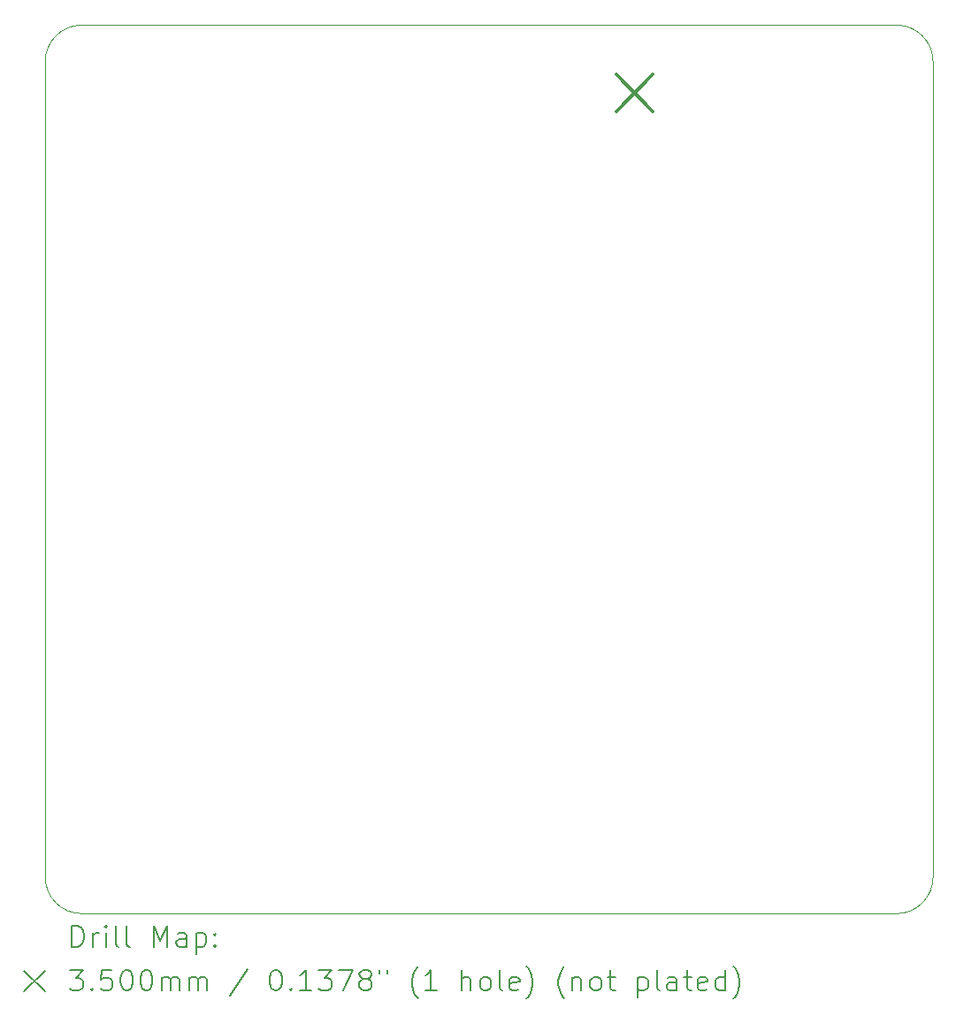
<source format=gbr>
%TF.GenerationSoftware,KiCad,Pcbnew,8.0.6-8.0.6-0~ubuntu24.04.1*%
%TF.CreationDate,2024-10-18T15:38:24+01:00*%
%TF.ProjectId,PowerDelivery,506f7765-7244-4656-9c69-766572792e6b,rev?*%
%TF.SameCoordinates,Original*%
%TF.FileFunction,Drillmap*%
%TF.FilePolarity,Positive*%
%FSLAX45Y45*%
G04 Gerber Fmt 4.5, Leading zero omitted, Abs format (unit mm)*
G04 Created by KiCad (PCBNEW 8.0.6-8.0.6-0~ubuntu24.04.1) date 2024-10-18 15:38:24*
%MOMM*%
%LPD*%
G01*
G04 APERTURE LIST*
%ADD10C,0.100000*%
%ADD11C,0.200000*%
%ADD12C,0.350000*%
G04 APERTURE END LIST*
D10*
X11200000Y-13750000D02*
X11200000Y-5950000D01*
X19700000Y-13750000D02*
G75*
G02*
X19350000Y-14100000I-350000J0D01*
G01*
X11550000Y-14100000D02*
G75*
G02*
X11200000Y-13750000I0J350000D01*
G01*
X19350000Y-5600000D02*
G75*
G02*
X19700000Y-5950000I0J-350000D01*
G01*
X19350000Y-14100000D02*
X11550000Y-14100000D01*
X19700000Y-5950000D02*
X19700000Y-13750000D01*
X11200000Y-5950000D02*
G75*
G02*
X11550000Y-5600000I350000J0D01*
G01*
X11550000Y-5600000D02*
X19350000Y-5600000D01*
D11*
D12*
X16668000Y-6075000D02*
X17018000Y-6425000D01*
X17018000Y-6075000D02*
X16668000Y-6425000D01*
D11*
X11455777Y-14416484D02*
X11455777Y-14216484D01*
X11455777Y-14216484D02*
X11503396Y-14216484D01*
X11503396Y-14216484D02*
X11531967Y-14226008D01*
X11531967Y-14226008D02*
X11551015Y-14245055D01*
X11551015Y-14245055D02*
X11560539Y-14264103D01*
X11560539Y-14264103D02*
X11570062Y-14302198D01*
X11570062Y-14302198D02*
X11570062Y-14330769D01*
X11570062Y-14330769D02*
X11560539Y-14368865D01*
X11560539Y-14368865D02*
X11551015Y-14387912D01*
X11551015Y-14387912D02*
X11531967Y-14406960D01*
X11531967Y-14406960D02*
X11503396Y-14416484D01*
X11503396Y-14416484D02*
X11455777Y-14416484D01*
X11655777Y-14416484D02*
X11655777Y-14283150D01*
X11655777Y-14321246D02*
X11665301Y-14302198D01*
X11665301Y-14302198D02*
X11674824Y-14292674D01*
X11674824Y-14292674D02*
X11693872Y-14283150D01*
X11693872Y-14283150D02*
X11712920Y-14283150D01*
X11779586Y-14416484D02*
X11779586Y-14283150D01*
X11779586Y-14216484D02*
X11770062Y-14226008D01*
X11770062Y-14226008D02*
X11779586Y-14235531D01*
X11779586Y-14235531D02*
X11789110Y-14226008D01*
X11789110Y-14226008D02*
X11779586Y-14216484D01*
X11779586Y-14216484D02*
X11779586Y-14235531D01*
X11903396Y-14416484D02*
X11884348Y-14406960D01*
X11884348Y-14406960D02*
X11874824Y-14387912D01*
X11874824Y-14387912D02*
X11874824Y-14216484D01*
X12008158Y-14416484D02*
X11989110Y-14406960D01*
X11989110Y-14406960D02*
X11979586Y-14387912D01*
X11979586Y-14387912D02*
X11979586Y-14216484D01*
X12236729Y-14416484D02*
X12236729Y-14216484D01*
X12236729Y-14216484D02*
X12303396Y-14359341D01*
X12303396Y-14359341D02*
X12370062Y-14216484D01*
X12370062Y-14216484D02*
X12370062Y-14416484D01*
X12551015Y-14416484D02*
X12551015Y-14311722D01*
X12551015Y-14311722D02*
X12541491Y-14292674D01*
X12541491Y-14292674D02*
X12522443Y-14283150D01*
X12522443Y-14283150D02*
X12484348Y-14283150D01*
X12484348Y-14283150D02*
X12465301Y-14292674D01*
X12551015Y-14406960D02*
X12531967Y-14416484D01*
X12531967Y-14416484D02*
X12484348Y-14416484D01*
X12484348Y-14416484D02*
X12465301Y-14406960D01*
X12465301Y-14406960D02*
X12455777Y-14387912D01*
X12455777Y-14387912D02*
X12455777Y-14368865D01*
X12455777Y-14368865D02*
X12465301Y-14349817D01*
X12465301Y-14349817D02*
X12484348Y-14340293D01*
X12484348Y-14340293D02*
X12531967Y-14340293D01*
X12531967Y-14340293D02*
X12551015Y-14330769D01*
X12646253Y-14283150D02*
X12646253Y-14483150D01*
X12646253Y-14292674D02*
X12665301Y-14283150D01*
X12665301Y-14283150D02*
X12703396Y-14283150D01*
X12703396Y-14283150D02*
X12722443Y-14292674D01*
X12722443Y-14292674D02*
X12731967Y-14302198D01*
X12731967Y-14302198D02*
X12741491Y-14321246D01*
X12741491Y-14321246D02*
X12741491Y-14378388D01*
X12741491Y-14378388D02*
X12731967Y-14397436D01*
X12731967Y-14397436D02*
X12722443Y-14406960D01*
X12722443Y-14406960D02*
X12703396Y-14416484D01*
X12703396Y-14416484D02*
X12665301Y-14416484D01*
X12665301Y-14416484D02*
X12646253Y-14406960D01*
X12827205Y-14397436D02*
X12836729Y-14406960D01*
X12836729Y-14406960D02*
X12827205Y-14416484D01*
X12827205Y-14416484D02*
X12817682Y-14406960D01*
X12817682Y-14406960D02*
X12827205Y-14397436D01*
X12827205Y-14397436D02*
X12827205Y-14416484D01*
X12827205Y-14292674D02*
X12836729Y-14302198D01*
X12836729Y-14302198D02*
X12827205Y-14311722D01*
X12827205Y-14311722D02*
X12817682Y-14302198D01*
X12817682Y-14302198D02*
X12827205Y-14292674D01*
X12827205Y-14292674D02*
X12827205Y-14311722D01*
X10995000Y-14645000D02*
X11195000Y-14845000D01*
X11195000Y-14645000D02*
X10995000Y-14845000D01*
X11436729Y-14636484D02*
X11560539Y-14636484D01*
X11560539Y-14636484D02*
X11493872Y-14712674D01*
X11493872Y-14712674D02*
X11522443Y-14712674D01*
X11522443Y-14712674D02*
X11541491Y-14722198D01*
X11541491Y-14722198D02*
X11551015Y-14731722D01*
X11551015Y-14731722D02*
X11560539Y-14750769D01*
X11560539Y-14750769D02*
X11560539Y-14798388D01*
X11560539Y-14798388D02*
X11551015Y-14817436D01*
X11551015Y-14817436D02*
X11541491Y-14826960D01*
X11541491Y-14826960D02*
X11522443Y-14836484D01*
X11522443Y-14836484D02*
X11465301Y-14836484D01*
X11465301Y-14836484D02*
X11446253Y-14826960D01*
X11446253Y-14826960D02*
X11436729Y-14817436D01*
X11646253Y-14817436D02*
X11655777Y-14826960D01*
X11655777Y-14826960D02*
X11646253Y-14836484D01*
X11646253Y-14836484D02*
X11636729Y-14826960D01*
X11636729Y-14826960D02*
X11646253Y-14817436D01*
X11646253Y-14817436D02*
X11646253Y-14836484D01*
X11836729Y-14636484D02*
X11741491Y-14636484D01*
X11741491Y-14636484D02*
X11731967Y-14731722D01*
X11731967Y-14731722D02*
X11741491Y-14722198D01*
X11741491Y-14722198D02*
X11760539Y-14712674D01*
X11760539Y-14712674D02*
X11808158Y-14712674D01*
X11808158Y-14712674D02*
X11827205Y-14722198D01*
X11827205Y-14722198D02*
X11836729Y-14731722D01*
X11836729Y-14731722D02*
X11846253Y-14750769D01*
X11846253Y-14750769D02*
X11846253Y-14798388D01*
X11846253Y-14798388D02*
X11836729Y-14817436D01*
X11836729Y-14817436D02*
X11827205Y-14826960D01*
X11827205Y-14826960D02*
X11808158Y-14836484D01*
X11808158Y-14836484D02*
X11760539Y-14836484D01*
X11760539Y-14836484D02*
X11741491Y-14826960D01*
X11741491Y-14826960D02*
X11731967Y-14817436D01*
X11970062Y-14636484D02*
X11989110Y-14636484D01*
X11989110Y-14636484D02*
X12008158Y-14646008D01*
X12008158Y-14646008D02*
X12017682Y-14655531D01*
X12017682Y-14655531D02*
X12027205Y-14674579D01*
X12027205Y-14674579D02*
X12036729Y-14712674D01*
X12036729Y-14712674D02*
X12036729Y-14760293D01*
X12036729Y-14760293D02*
X12027205Y-14798388D01*
X12027205Y-14798388D02*
X12017682Y-14817436D01*
X12017682Y-14817436D02*
X12008158Y-14826960D01*
X12008158Y-14826960D02*
X11989110Y-14836484D01*
X11989110Y-14836484D02*
X11970062Y-14836484D01*
X11970062Y-14836484D02*
X11951015Y-14826960D01*
X11951015Y-14826960D02*
X11941491Y-14817436D01*
X11941491Y-14817436D02*
X11931967Y-14798388D01*
X11931967Y-14798388D02*
X11922443Y-14760293D01*
X11922443Y-14760293D02*
X11922443Y-14712674D01*
X11922443Y-14712674D02*
X11931967Y-14674579D01*
X11931967Y-14674579D02*
X11941491Y-14655531D01*
X11941491Y-14655531D02*
X11951015Y-14646008D01*
X11951015Y-14646008D02*
X11970062Y-14636484D01*
X12160539Y-14636484D02*
X12179586Y-14636484D01*
X12179586Y-14636484D02*
X12198634Y-14646008D01*
X12198634Y-14646008D02*
X12208158Y-14655531D01*
X12208158Y-14655531D02*
X12217682Y-14674579D01*
X12217682Y-14674579D02*
X12227205Y-14712674D01*
X12227205Y-14712674D02*
X12227205Y-14760293D01*
X12227205Y-14760293D02*
X12217682Y-14798388D01*
X12217682Y-14798388D02*
X12208158Y-14817436D01*
X12208158Y-14817436D02*
X12198634Y-14826960D01*
X12198634Y-14826960D02*
X12179586Y-14836484D01*
X12179586Y-14836484D02*
X12160539Y-14836484D01*
X12160539Y-14836484D02*
X12141491Y-14826960D01*
X12141491Y-14826960D02*
X12131967Y-14817436D01*
X12131967Y-14817436D02*
X12122443Y-14798388D01*
X12122443Y-14798388D02*
X12112920Y-14760293D01*
X12112920Y-14760293D02*
X12112920Y-14712674D01*
X12112920Y-14712674D02*
X12122443Y-14674579D01*
X12122443Y-14674579D02*
X12131967Y-14655531D01*
X12131967Y-14655531D02*
X12141491Y-14646008D01*
X12141491Y-14646008D02*
X12160539Y-14636484D01*
X12312920Y-14836484D02*
X12312920Y-14703150D01*
X12312920Y-14722198D02*
X12322443Y-14712674D01*
X12322443Y-14712674D02*
X12341491Y-14703150D01*
X12341491Y-14703150D02*
X12370063Y-14703150D01*
X12370063Y-14703150D02*
X12389110Y-14712674D01*
X12389110Y-14712674D02*
X12398634Y-14731722D01*
X12398634Y-14731722D02*
X12398634Y-14836484D01*
X12398634Y-14731722D02*
X12408158Y-14712674D01*
X12408158Y-14712674D02*
X12427205Y-14703150D01*
X12427205Y-14703150D02*
X12455777Y-14703150D01*
X12455777Y-14703150D02*
X12474824Y-14712674D01*
X12474824Y-14712674D02*
X12484348Y-14731722D01*
X12484348Y-14731722D02*
X12484348Y-14836484D01*
X12579586Y-14836484D02*
X12579586Y-14703150D01*
X12579586Y-14722198D02*
X12589110Y-14712674D01*
X12589110Y-14712674D02*
X12608158Y-14703150D01*
X12608158Y-14703150D02*
X12636729Y-14703150D01*
X12636729Y-14703150D02*
X12655777Y-14712674D01*
X12655777Y-14712674D02*
X12665301Y-14731722D01*
X12665301Y-14731722D02*
X12665301Y-14836484D01*
X12665301Y-14731722D02*
X12674824Y-14712674D01*
X12674824Y-14712674D02*
X12693872Y-14703150D01*
X12693872Y-14703150D02*
X12722443Y-14703150D01*
X12722443Y-14703150D02*
X12741491Y-14712674D01*
X12741491Y-14712674D02*
X12751015Y-14731722D01*
X12751015Y-14731722D02*
X12751015Y-14836484D01*
X13141491Y-14626960D02*
X12970063Y-14884103D01*
X13398634Y-14636484D02*
X13417682Y-14636484D01*
X13417682Y-14636484D02*
X13436729Y-14646008D01*
X13436729Y-14646008D02*
X13446253Y-14655531D01*
X13446253Y-14655531D02*
X13455777Y-14674579D01*
X13455777Y-14674579D02*
X13465301Y-14712674D01*
X13465301Y-14712674D02*
X13465301Y-14760293D01*
X13465301Y-14760293D02*
X13455777Y-14798388D01*
X13455777Y-14798388D02*
X13446253Y-14817436D01*
X13446253Y-14817436D02*
X13436729Y-14826960D01*
X13436729Y-14826960D02*
X13417682Y-14836484D01*
X13417682Y-14836484D02*
X13398634Y-14836484D01*
X13398634Y-14836484D02*
X13379586Y-14826960D01*
X13379586Y-14826960D02*
X13370063Y-14817436D01*
X13370063Y-14817436D02*
X13360539Y-14798388D01*
X13360539Y-14798388D02*
X13351015Y-14760293D01*
X13351015Y-14760293D02*
X13351015Y-14712674D01*
X13351015Y-14712674D02*
X13360539Y-14674579D01*
X13360539Y-14674579D02*
X13370063Y-14655531D01*
X13370063Y-14655531D02*
X13379586Y-14646008D01*
X13379586Y-14646008D02*
X13398634Y-14636484D01*
X13551015Y-14817436D02*
X13560539Y-14826960D01*
X13560539Y-14826960D02*
X13551015Y-14836484D01*
X13551015Y-14836484D02*
X13541491Y-14826960D01*
X13541491Y-14826960D02*
X13551015Y-14817436D01*
X13551015Y-14817436D02*
X13551015Y-14836484D01*
X13751015Y-14836484D02*
X13636729Y-14836484D01*
X13693872Y-14836484D02*
X13693872Y-14636484D01*
X13693872Y-14636484D02*
X13674825Y-14665055D01*
X13674825Y-14665055D02*
X13655777Y-14684103D01*
X13655777Y-14684103D02*
X13636729Y-14693627D01*
X13817682Y-14636484D02*
X13941491Y-14636484D01*
X13941491Y-14636484D02*
X13874825Y-14712674D01*
X13874825Y-14712674D02*
X13903396Y-14712674D01*
X13903396Y-14712674D02*
X13922444Y-14722198D01*
X13922444Y-14722198D02*
X13931967Y-14731722D01*
X13931967Y-14731722D02*
X13941491Y-14750769D01*
X13941491Y-14750769D02*
X13941491Y-14798388D01*
X13941491Y-14798388D02*
X13931967Y-14817436D01*
X13931967Y-14817436D02*
X13922444Y-14826960D01*
X13922444Y-14826960D02*
X13903396Y-14836484D01*
X13903396Y-14836484D02*
X13846253Y-14836484D01*
X13846253Y-14836484D02*
X13827206Y-14826960D01*
X13827206Y-14826960D02*
X13817682Y-14817436D01*
X14008158Y-14636484D02*
X14141491Y-14636484D01*
X14141491Y-14636484D02*
X14055777Y-14836484D01*
X14246253Y-14722198D02*
X14227206Y-14712674D01*
X14227206Y-14712674D02*
X14217682Y-14703150D01*
X14217682Y-14703150D02*
X14208158Y-14684103D01*
X14208158Y-14684103D02*
X14208158Y-14674579D01*
X14208158Y-14674579D02*
X14217682Y-14655531D01*
X14217682Y-14655531D02*
X14227206Y-14646008D01*
X14227206Y-14646008D02*
X14246253Y-14636484D01*
X14246253Y-14636484D02*
X14284348Y-14636484D01*
X14284348Y-14636484D02*
X14303396Y-14646008D01*
X14303396Y-14646008D02*
X14312920Y-14655531D01*
X14312920Y-14655531D02*
X14322444Y-14674579D01*
X14322444Y-14674579D02*
X14322444Y-14684103D01*
X14322444Y-14684103D02*
X14312920Y-14703150D01*
X14312920Y-14703150D02*
X14303396Y-14712674D01*
X14303396Y-14712674D02*
X14284348Y-14722198D01*
X14284348Y-14722198D02*
X14246253Y-14722198D01*
X14246253Y-14722198D02*
X14227206Y-14731722D01*
X14227206Y-14731722D02*
X14217682Y-14741246D01*
X14217682Y-14741246D02*
X14208158Y-14760293D01*
X14208158Y-14760293D02*
X14208158Y-14798388D01*
X14208158Y-14798388D02*
X14217682Y-14817436D01*
X14217682Y-14817436D02*
X14227206Y-14826960D01*
X14227206Y-14826960D02*
X14246253Y-14836484D01*
X14246253Y-14836484D02*
X14284348Y-14836484D01*
X14284348Y-14836484D02*
X14303396Y-14826960D01*
X14303396Y-14826960D02*
X14312920Y-14817436D01*
X14312920Y-14817436D02*
X14322444Y-14798388D01*
X14322444Y-14798388D02*
X14322444Y-14760293D01*
X14322444Y-14760293D02*
X14312920Y-14741246D01*
X14312920Y-14741246D02*
X14303396Y-14731722D01*
X14303396Y-14731722D02*
X14284348Y-14722198D01*
X14398634Y-14636484D02*
X14398634Y-14674579D01*
X14474825Y-14636484D02*
X14474825Y-14674579D01*
X14770063Y-14912674D02*
X14760539Y-14903150D01*
X14760539Y-14903150D02*
X14741491Y-14874579D01*
X14741491Y-14874579D02*
X14731968Y-14855531D01*
X14731968Y-14855531D02*
X14722444Y-14826960D01*
X14722444Y-14826960D02*
X14712920Y-14779341D01*
X14712920Y-14779341D02*
X14712920Y-14741246D01*
X14712920Y-14741246D02*
X14722444Y-14693627D01*
X14722444Y-14693627D02*
X14731968Y-14665055D01*
X14731968Y-14665055D02*
X14741491Y-14646008D01*
X14741491Y-14646008D02*
X14760539Y-14617436D01*
X14760539Y-14617436D02*
X14770063Y-14607912D01*
X14951015Y-14836484D02*
X14836729Y-14836484D01*
X14893872Y-14836484D02*
X14893872Y-14636484D01*
X14893872Y-14636484D02*
X14874825Y-14665055D01*
X14874825Y-14665055D02*
X14855777Y-14684103D01*
X14855777Y-14684103D02*
X14836729Y-14693627D01*
X15189110Y-14836484D02*
X15189110Y-14636484D01*
X15274825Y-14836484D02*
X15274825Y-14731722D01*
X15274825Y-14731722D02*
X15265301Y-14712674D01*
X15265301Y-14712674D02*
X15246253Y-14703150D01*
X15246253Y-14703150D02*
X15217682Y-14703150D01*
X15217682Y-14703150D02*
X15198634Y-14712674D01*
X15198634Y-14712674D02*
X15189110Y-14722198D01*
X15398634Y-14836484D02*
X15379587Y-14826960D01*
X15379587Y-14826960D02*
X15370063Y-14817436D01*
X15370063Y-14817436D02*
X15360539Y-14798388D01*
X15360539Y-14798388D02*
X15360539Y-14741246D01*
X15360539Y-14741246D02*
X15370063Y-14722198D01*
X15370063Y-14722198D02*
X15379587Y-14712674D01*
X15379587Y-14712674D02*
X15398634Y-14703150D01*
X15398634Y-14703150D02*
X15427206Y-14703150D01*
X15427206Y-14703150D02*
X15446253Y-14712674D01*
X15446253Y-14712674D02*
X15455777Y-14722198D01*
X15455777Y-14722198D02*
X15465301Y-14741246D01*
X15465301Y-14741246D02*
X15465301Y-14798388D01*
X15465301Y-14798388D02*
X15455777Y-14817436D01*
X15455777Y-14817436D02*
X15446253Y-14826960D01*
X15446253Y-14826960D02*
X15427206Y-14836484D01*
X15427206Y-14836484D02*
X15398634Y-14836484D01*
X15579587Y-14836484D02*
X15560539Y-14826960D01*
X15560539Y-14826960D02*
X15551015Y-14807912D01*
X15551015Y-14807912D02*
X15551015Y-14636484D01*
X15731968Y-14826960D02*
X15712920Y-14836484D01*
X15712920Y-14836484D02*
X15674825Y-14836484D01*
X15674825Y-14836484D02*
X15655777Y-14826960D01*
X15655777Y-14826960D02*
X15646253Y-14807912D01*
X15646253Y-14807912D02*
X15646253Y-14731722D01*
X15646253Y-14731722D02*
X15655777Y-14712674D01*
X15655777Y-14712674D02*
X15674825Y-14703150D01*
X15674825Y-14703150D02*
X15712920Y-14703150D01*
X15712920Y-14703150D02*
X15731968Y-14712674D01*
X15731968Y-14712674D02*
X15741491Y-14731722D01*
X15741491Y-14731722D02*
X15741491Y-14750769D01*
X15741491Y-14750769D02*
X15646253Y-14769817D01*
X15808158Y-14912674D02*
X15817682Y-14903150D01*
X15817682Y-14903150D02*
X15836730Y-14874579D01*
X15836730Y-14874579D02*
X15846253Y-14855531D01*
X15846253Y-14855531D02*
X15855777Y-14826960D01*
X15855777Y-14826960D02*
X15865301Y-14779341D01*
X15865301Y-14779341D02*
X15865301Y-14741246D01*
X15865301Y-14741246D02*
X15855777Y-14693627D01*
X15855777Y-14693627D02*
X15846253Y-14665055D01*
X15846253Y-14665055D02*
X15836730Y-14646008D01*
X15836730Y-14646008D02*
X15817682Y-14617436D01*
X15817682Y-14617436D02*
X15808158Y-14607912D01*
X16170063Y-14912674D02*
X16160539Y-14903150D01*
X16160539Y-14903150D02*
X16141491Y-14874579D01*
X16141491Y-14874579D02*
X16131968Y-14855531D01*
X16131968Y-14855531D02*
X16122444Y-14826960D01*
X16122444Y-14826960D02*
X16112920Y-14779341D01*
X16112920Y-14779341D02*
X16112920Y-14741246D01*
X16112920Y-14741246D02*
X16122444Y-14693627D01*
X16122444Y-14693627D02*
X16131968Y-14665055D01*
X16131968Y-14665055D02*
X16141491Y-14646008D01*
X16141491Y-14646008D02*
X16160539Y-14617436D01*
X16160539Y-14617436D02*
X16170063Y-14607912D01*
X16246253Y-14703150D02*
X16246253Y-14836484D01*
X16246253Y-14722198D02*
X16255777Y-14712674D01*
X16255777Y-14712674D02*
X16274825Y-14703150D01*
X16274825Y-14703150D02*
X16303396Y-14703150D01*
X16303396Y-14703150D02*
X16322444Y-14712674D01*
X16322444Y-14712674D02*
X16331968Y-14731722D01*
X16331968Y-14731722D02*
X16331968Y-14836484D01*
X16455777Y-14836484D02*
X16436730Y-14826960D01*
X16436730Y-14826960D02*
X16427206Y-14817436D01*
X16427206Y-14817436D02*
X16417682Y-14798388D01*
X16417682Y-14798388D02*
X16417682Y-14741246D01*
X16417682Y-14741246D02*
X16427206Y-14722198D01*
X16427206Y-14722198D02*
X16436730Y-14712674D01*
X16436730Y-14712674D02*
X16455777Y-14703150D01*
X16455777Y-14703150D02*
X16484349Y-14703150D01*
X16484349Y-14703150D02*
X16503396Y-14712674D01*
X16503396Y-14712674D02*
X16512920Y-14722198D01*
X16512920Y-14722198D02*
X16522444Y-14741246D01*
X16522444Y-14741246D02*
X16522444Y-14798388D01*
X16522444Y-14798388D02*
X16512920Y-14817436D01*
X16512920Y-14817436D02*
X16503396Y-14826960D01*
X16503396Y-14826960D02*
X16484349Y-14836484D01*
X16484349Y-14836484D02*
X16455777Y-14836484D01*
X16579587Y-14703150D02*
X16655777Y-14703150D01*
X16608158Y-14636484D02*
X16608158Y-14807912D01*
X16608158Y-14807912D02*
X16617682Y-14826960D01*
X16617682Y-14826960D02*
X16636730Y-14836484D01*
X16636730Y-14836484D02*
X16655777Y-14836484D01*
X16874825Y-14703150D02*
X16874825Y-14903150D01*
X16874825Y-14712674D02*
X16893873Y-14703150D01*
X16893873Y-14703150D02*
X16931968Y-14703150D01*
X16931968Y-14703150D02*
X16951015Y-14712674D01*
X16951015Y-14712674D02*
X16960539Y-14722198D01*
X16960539Y-14722198D02*
X16970063Y-14741246D01*
X16970063Y-14741246D02*
X16970063Y-14798388D01*
X16970063Y-14798388D02*
X16960539Y-14817436D01*
X16960539Y-14817436D02*
X16951015Y-14826960D01*
X16951015Y-14826960D02*
X16931968Y-14836484D01*
X16931968Y-14836484D02*
X16893873Y-14836484D01*
X16893873Y-14836484D02*
X16874825Y-14826960D01*
X17084349Y-14836484D02*
X17065301Y-14826960D01*
X17065301Y-14826960D02*
X17055777Y-14807912D01*
X17055777Y-14807912D02*
X17055777Y-14636484D01*
X17246254Y-14836484D02*
X17246254Y-14731722D01*
X17246254Y-14731722D02*
X17236730Y-14712674D01*
X17236730Y-14712674D02*
X17217682Y-14703150D01*
X17217682Y-14703150D02*
X17179587Y-14703150D01*
X17179587Y-14703150D02*
X17160539Y-14712674D01*
X17246254Y-14826960D02*
X17227206Y-14836484D01*
X17227206Y-14836484D02*
X17179587Y-14836484D01*
X17179587Y-14836484D02*
X17160539Y-14826960D01*
X17160539Y-14826960D02*
X17151015Y-14807912D01*
X17151015Y-14807912D02*
X17151015Y-14788865D01*
X17151015Y-14788865D02*
X17160539Y-14769817D01*
X17160539Y-14769817D02*
X17179587Y-14760293D01*
X17179587Y-14760293D02*
X17227206Y-14760293D01*
X17227206Y-14760293D02*
X17246254Y-14750769D01*
X17312920Y-14703150D02*
X17389111Y-14703150D01*
X17341492Y-14636484D02*
X17341492Y-14807912D01*
X17341492Y-14807912D02*
X17351015Y-14826960D01*
X17351015Y-14826960D02*
X17370063Y-14836484D01*
X17370063Y-14836484D02*
X17389111Y-14836484D01*
X17531968Y-14826960D02*
X17512920Y-14836484D01*
X17512920Y-14836484D02*
X17474825Y-14836484D01*
X17474825Y-14836484D02*
X17455777Y-14826960D01*
X17455777Y-14826960D02*
X17446254Y-14807912D01*
X17446254Y-14807912D02*
X17446254Y-14731722D01*
X17446254Y-14731722D02*
X17455777Y-14712674D01*
X17455777Y-14712674D02*
X17474825Y-14703150D01*
X17474825Y-14703150D02*
X17512920Y-14703150D01*
X17512920Y-14703150D02*
X17531968Y-14712674D01*
X17531968Y-14712674D02*
X17541492Y-14731722D01*
X17541492Y-14731722D02*
X17541492Y-14750769D01*
X17541492Y-14750769D02*
X17446254Y-14769817D01*
X17712920Y-14836484D02*
X17712920Y-14636484D01*
X17712920Y-14826960D02*
X17693873Y-14836484D01*
X17693873Y-14836484D02*
X17655777Y-14836484D01*
X17655777Y-14836484D02*
X17636730Y-14826960D01*
X17636730Y-14826960D02*
X17627206Y-14817436D01*
X17627206Y-14817436D02*
X17617682Y-14798388D01*
X17617682Y-14798388D02*
X17617682Y-14741246D01*
X17617682Y-14741246D02*
X17627206Y-14722198D01*
X17627206Y-14722198D02*
X17636730Y-14712674D01*
X17636730Y-14712674D02*
X17655777Y-14703150D01*
X17655777Y-14703150D02*
X17693873Y-14703150D01*
X17693873Y-14703150D02*
X17712920Y-14712674D01*
X17789111Y-14912674D02*
X17798635Y-14903150D01*
X17798635Y-14903150D02*
X17817682Y-14874579D01*
X17817682Y-14874579D02*
X17827206Y-14855531D01*
X17827206Y-14855531D02*
X17836730Y-14826960D01*
X17836730Y-14826960D02*
X17846254Y-14779341D01*
X17846254Y-14779341D02*
X17846254Y-14741246D01*
X17846254Y-14741246D02*
X17836730Y-14693627D01*
X17836730Y-14693627D02*
X17827206Y-14665055D01*
X17827206Y-14665055D02*
X17817682Y-14646008D01*
X17817682Y-14646008D02*
X17798635Y-14617436D01*
X17798635Y-14617436D02*
X17789111Y-14607912D01*
M02*

</source>
